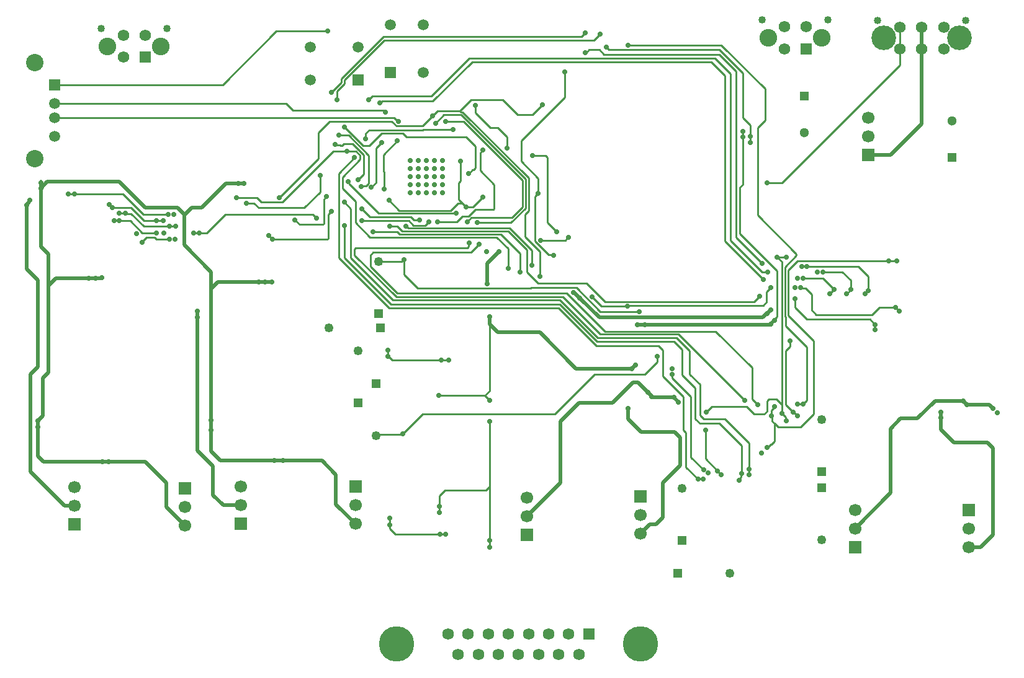
<source format=gbr>
%TF.GenerationSoftware,Altium Limited,Altium Designer,25.3.3 (18)*%
G04 Layer_Physical_Order=4*
G04 Layer_Color=16711680*
%FSLAX45Y45*%
%MOMM*%
%TF.SameCoordinates,7852E7E1-4E30-4CDD-8EF1-640B4E54786C*%
%TF.FilePolarity,Positive*%
%TF.FileFunction,Copper,L4,Bot,Signal*%
%TF.Part,Single*%
G01*
G75*
%TA.AperFunction,Conductor*%
%ADD58C,0.25400*%
%ADD59C,0.50000*%
%TA.AperFunction,ComponentPad*%
%ADD61R,1.25000X1.25000*%
%ADD62C,1.25000*%
%ADD63C,4.82500*%
%ADD64C,1.59140*%
%ADD65R,1.59140X1.59140*%
%ADD66C,2.38000*%
%ADD67C,1.50800*%
%ADD68R,1.50800X1.50800*%
%ADD69C,1.02000*%
%ADD70C,1.57000*%
%ADD71R,1.57000X1.57000*%
%ADD72C,2.41000*%
%ADD73R,1.70000X1.70000*%
%ADD74C,1.70000*%
%ADD75R,1.50000X1.50000*%
%ADD76C,1.50000*%
%ADD77R,1.50000X1.50000*%
%ADD78R,1.25000X1.25000*%
%ADD79C,3.37300*%
%ADD80R,1.70000X1.70000*%
%ADD81R,1.30000X1.30000*%
%ADD82C,1.30000*%
%TA.AperFunction,ViaPad*%
%ADD83C,0.70000*%
D58*
X11708769Y10375900D02*
X11849100D01*
X11912600Y10312400D02*
X13485100D01*
X11849100Y10375900D02*
X11912600Y10312400D01*
X11670669Y10337800D02*
X11708769Y10375900D01*
X11658600Y10337800D02*
X11670669D01*
X8718545Y8096255D02*
X9277345D01*
X9321800Y8051800D02*
X9398000D01*
X9277345Y8096255D02*
X9321800Y8051800D01*
X11772900Y10502900D02*
X11861800Y10591800D01*
X8907927Y10502900D02*
X11772900D01*
X11656821Y10604500D02*
X11658600D01*
X11606021Y10553700D02*
X11656821Y10604500D01*
X8367913Y9962887D02*
X8907927Y10502900D01*
X8327513Y9979621D02*
X8901593Y10553700D01*
X11606021D01*
X4419600Y9444800D02*
X9050121D01*
X4419600Y9894800D02*
X6707100D01*
X4419600Y9644800D02*
X7576400D01*
X8916321Y9525000D02*
X8928100D01*
X8890921Y9550400D02*
X8916321Y9525000D01*
X7670800Y9550400D02*
X8890921D01*
X7576400Y9644800D02*
X7670800Y9550400D01*
X7442200Y10629900D02*
X8140700D01*
X6707100Y9894800D02*
X7442200Y10629900D01*
X9097435Y9397486D02*
X9106185D01*
X9050121Y9444800D02*
X9097435Y9397486D01*
X4603750Y8407400D02*
X4686300D01*
X13512801Y10439400D02*
X14109700Y9842500D01*
X12242800Y10439400D02*
X13512801D01*
X13485100Y10312400D02*
X13716000Y10081500D01*
X13487399Y10375900D02*
X13804900Y10058400D01*
X11938992Y10414000D02*
X11977092Y10375900D01*
X13487399D01*
X8267700Y9690100D02*
Y9810766D01*
X8327513Y9927713D02*
Y9979621D01*
X8191500Y9791700D02*
X8327513Y9927713D01*
X8367913Y9910979D02*
Y9962887D01*
X8267700Y9810766D02*
X8367913Y9910979D01*
X9170031Y7505700D02*
X9182100D01*
X9144631Y7480300D02*
X9170031Y7505700D01*
X8839200Y7480300D02*
X9144631D01*
X8724900Y7569200D02*
X8763000Y7607300D01*
X10096500D01*
X8724900Y7416800D02*
Y7569200D01*
Y7416800D02*
X9093201Y7048500D01*
X8509000Y7569200D02*
X9080500Y6997700D01*
X11353800D01*
X8509000Y7569200D02*
Y7655921D01*
X9093201Y7048500D02*
X11404600D01*
X8509000Y7655921D02*
X8523879Y7670800D01*
X10045700D01*
X10063860Y7688960D02*
Y7727060D01*
X10071100Y7734300D01*
X10045700Y7670800D02*
X10063860Y7688960D01*
X8458200Y7531100D02*
Y8204200D01*
Y7531100D02*
X9032000Y6957300D01*
X8369300Y7531100D02*
X9004300Y6896100D01*
X8369300Y7531100D02*
Y7975600D01*
X9004300Y6896100D02*
X11309366D01*
X9032000Y6957300D02*
X11305300D01*
X8369300Y8293100D02*
X8458200Y8204200D01*
X11305300Y6957300D02*
X11823700Y6438900D01*
X10209021Y7721600D02*
X10210800D01*
X8293100Y7531100D02*
X8978900Y6845300D01*
X8293100Y7531100D02*
Y8686800D01*
X8978900Y6845300D02*
X11290300D01*
X8801100Y5106000D02*
X8817366Y5122266D01*
X9160866D01*
X9169400Y5130800D01*
X9992028Y9400179D02*
X10803100Y8589107D01*
X10652133Y8080367D02*
X10803100Y8231334D01*
X10883900Y8178800D02*
Y8622575D01*
X10642600Y8013700D02*
X10843500Y8214600D01*
Y8605841D01*
X10803100Y8231334D02*
Y8589107D01*
X10833100Y8128000D02*
X10883900Y8178800D01*
X9979175Y9527300D02*
X10883900Y8622575D01*
X9962441Y9486900D02*
X10843500Y8605841D01*
X10972800Y7759700D02*
X11154766Y7577734D01*
X11218266D01*
X11226800Y7569200D01*
X10185400Y8013700D02*
X10642600D01*
X9931400Y8557717D02*
X9956463Y8582780D01*
Y8851840D01*
X9931400Y8331200D02*
Y8557717D01*
X10067619Y8688580D02*
X10115703Y8736664D01*
X10060409Y8688580D02*
X10067619D01*
X10133664Y8736664D02*
X10160000Y8763000D01*
X10115703Y8736664D02*
X10133664D01*
X10160000Y8763000D02*
Y9055100D01*
X9220200Y9182100D02*
X10033000D01*
X10160000Y9055100D01*
X14198599Y5452919D02*
X14236700Y5491019D01*
X14198599Y5372100D02*
X14207133Y5363566D01*
X14198599Y5372100D02*
Y5452919D01*
X14236700Y5491019D02*
Y5503088D01*
X14207133Y5300066D02*
X14236700Y5270500D01*
X14207133Y5300066D02*
Y5363566D01*
X14393266Y5317134D02*
X14401801Y5308600D01*
X14393266Y5317134D02*
Y5355234D01*
X14338300Y5410200D02*
X14393266Y5355234D01*
X10160000Y9512300D02*
Y9613900D01*
X5613400Y7754260D02*
X5670440Y7811300D01*
X5777929D01*
X5613400Y7747000D02*
Y7754260D01*
X10033000Y8229600D02*
X10121312D01*
X10255634Y8363922D01*
X9931400Y8331200D02*
X9982200Y8280400D01*
X9918700D02*
X9982200D01*
X10033000Y8229600D01*
X9819400Y8181100D02*
X9918700Y8280400D01*
X9116300Y8181100D02*
X9819400D01*
X11049000Y7772400D02*
X11379831D01*
X11417931Y7810500D02*
X11430000D01*
X11379831Y7772400D02*
X11417931Y7810500D01*
X5800929Y8039100D02*
X5899559D01*
X5981700Y7962900D02*
X6070600D01*
X14630400Y5537200D02*
X14681200Y5588000D01*
X14389101Y6604000D02*
X14681200Y6311900D01*
Y5588000D02*
Y6311900D01*
X8851900Y9652000D02*
X8863679D01*
X8889079Y9677400D01*
X9575800D01*
X10111500Y10213100D01*
X9639300Y8026400D02*
X9906000D01*
X9470121Y7977900D02*
X9518621Y8026400D01*
X9309100Y7977900D02*
X9470121D01*
X9518621Y8026400D02*
X9525000D01*
X8606434Y8517534D02*
X8669934D01*
X8597900Y8509000D02*
X8606434Y8517534D01*
X8669934D02*
X8699500Y8547100D01*
Y8934434D01*
X8737600Y8496300D02*
X8801100Y8559800D01*
X8902700Y8718235D02*
Y8940800D01*
X8915400Y8470900D02*
Y8705535D01*
X8902700Y8718235D02*
X8915400Y8705535D01*
X8902700Y8940800D02*
X9093200Y9131300D01*
X10972800Y8372328D02*
X11012707Y8412235D01*
X10972800Y7759700D02*
Y8372328D01*
X11012707Y8412235D02*
Y8621493D01*
X13754100Y4507869D02*
X13783665Y4537435D01*
X13754100Y4495800D02*
Y4507869D01*
X13783665Y4537435D02*
Y4576166D01*
X13792200Y4584700D01*
Y4965700D01*
X13487399Y5270500D02*
X13792200Y4965700D01*
X15944955Y10386100D02*
Y10686100D01*
X11379200Y9728200D02*
Y10071100D01*
X10782300Y9131300D02*
X11379200Y9728200D01*
X10782300Y8851900D02*
Y9131300D01*
Y8851900D02*
X11012707Y8621493D01*
X10934700Y8928100D02*
X11112500D01*
X8978900Y8318500D02*
X9116300Y8181100D01*
X8428634Y8551495D02*
Y8563966D01*
X8839429Y8140700D02*
X9893300D01*
X8428634Y8551495D02*
X8839429Y8140700D01*
X8420100Y8572500D02*
X8428634Y8563966D01*
X8610600Y8204200D02*
X8718545Y8096255D01*
X8610600Y8039100D02*
X9247900D01*
X9309100Y7977900D01*
X8991600Y7962900D02*
X9093200D01*
X9217779Y7964400D02*
X9244679Y7937500D01*
X9207500Y7964400D02*
X9217779D01*
X9244679Y7937500D02*
X10623534D01*
X8801100Y8559800D02*
Y9029700D01*
X8877300Y9105900D01*
X8636000Y8674100D02*
Y8940800D01*
X8559800Y8597900D02*
X8636000Y8674100D01*
X8585200Y8877300D02*
Y8934466D01*
X8343900Y8636000D02*
X8585200Y8877300D01*
X8483600Y9093200D02*
X8636000Y8940800D01*
X8293100Y8686800D02*
X8509000Y8902700D01*
X8528066Y8991600D02*
X8585200Y8934466D01*
X10223500Y8724900D02*
X10414000Y8534400D01*
Y8206379D02*
Y8534400D01*
X10399121Y8191500D02*
X10414000Y8206379D01*
X10153666Y8191500D02*
X10399121D01*
X10064766Y8102600D02*
X10153666Y8191500D01*
X9982200Y8102600D02*
X10064766D01*
X10223500Y8966200D02*
X10261600Y9004300D01*
X10223500Y8724900D02*
Y8966200D01*
X9906000Y8026400D02*
X9982200Y8102600D01*
X10833100Y7823200D02*
Y8128000D01*
Y7823200D02*
X11036300Y7620000D01*
Y7277100D02*
Y7620000D01*
X10623534Y7937500D02*
X10922800Y7638234D01*
Y7429500D02*
Y7638234D01*
X10860100Y7339000D02*
Y7643800D01*
Y7339000D02*
X11010900Y7188200D01*
X10606800Y7897100D02*
X10860100Y7643800D01*
X10507500Y7856700D02*
X10769600Y7594600D01*
Y7342379D02*
Y7594600D01*
X8250834Y9071966D02*
X8312026D01*
X8316193Y9067800D01*
X8337235D01*
X8242300Y9080500D02*
X8250834Y9071966D01*
X8293100Y9207500D02*
X8426434D01*
X8699500Y8934434D01*
X8623300Y9067800D02*
X8712200D01*
X8369300Y9321800D02*
X8623300Y9067800D01*
X8337235D02*
X8362635Y9093200D01*
X8483600D01*
X8013700Y9245600D02*
X8166100Y9398000D01*
X9017000D01*
X9080500Y9334500D01*
X9436100D01*
X9575800Y9474200D01*
X9551797Y9743200D02*
X10070197Y10261600D01*
X8699500Y9690100D02*
X8752600Y9743200D01*
X9551797D01*
X8407400Y8991600D02*
X8528066D01*
X8661400Y9232900D02*
X8709900Y9281400D01*
X8661400Y9156700D02*
Y9232900D01*
X15944955Y10167755D02*
Y10386100D01*
X14337000Y8559800D02*
X15944955Y10167755D01*
X14135100Y8559800D02*
X14337000D01*
X8712200Y9067800D02*
X8877300Y9232900D01*
X9169400D01*
X8709900Y9281400D02*
X9440134D01*
X9169400Y9232900D02*
X9220200Y9182100D01*
X10160000Y9512300D02*
X10363200Y9309100D01*
X10464800D01*
X10591800Y9182100D01*
Y9029700D02*
Y9182100D01*
X10099667Y8080367D02*
X10652133D01*
X10045700Y8026400D02*
X10099667Y8080367D01*
X10096500Y7607300D02*
X10210800Y7721600D01*
X9159000Y7897100D02*
X10606800D01*
X10446300Y7816300D02*
X10604500Y7658100D01*
X9122279Y7856700D02*
X10507500D01*
X8719100Y7816300D02*
X10446300D01*
X9728200Y9486900D02*
X9962441D01*
X9944100Y9537700D02*
X9954500Y9527300D01*
X9979175D01*
X9755779Y9400179D02*
X9992028D01*
X11112500Y8928100D02*
X11137900Y8902700D01*
X9753600Y9398000D02*
X9755779Y9400179D01*
X9613900Y9372600D02*
X9728200Y9486900D01*
X9639300Y9537700D02*
X9944100D01*
X10096500Y9690100D01*
X9575800Y9474200D02*
X9639300Y9537700D01*
X9090680Y7888300D02*
X9122279Y7856700D01*
X8763000Y7888300D02*
X9090680D01*
X9093200Y7962900D02*
X9159000Y7897100D01*
X10907981Y7116917D02*
X10914964Y7123900D01*
X11532400D01*
X9367683Y7116917D02*
X10907981D01*
X9182100Y7302500D02*
X9367683Y7116917D01*
X11532400Y7123900D02*
X11861800Y6794500D01*
X8013700Y8890000D02*
Y9245600D01*
X7480300Y8356600D02*
X8013700Y8890000D01*
X8521700Y8013700D02*
X8719100Y7816300D01*
X8521700Y8013700D02*
Y8305800D01*
X8343900Y8483600D02*
X8521700Y8305800D01*
X8343900Y8483600D02*
Y8636000D01*
X8216900Y8991600D02*
X8407400D01*
X7519200Y8293900D02*
X8216900Y8991600D01*
X8138521Y7786600D02*
X8153400Y7801479D01*
Y8128000D02*
X8191500Y8166100D01*
X7389900Y7786600D02*
X8138521D01*
X8153400Y7801479D02*
Y8128000D01*
X7759700Y7988300D02*
X8075021D01*
X8089900Y8331200D02*
X8128000Y8369300D01*
X8089900Y8003179D02*
Y8331200D01*
X8075021Y7988300D02*
X8089900Y8003179D01*
X7935721Y8128000D02*
X7986521Y8077200D01*
X6743700Y8128000D02*
X7935721D01*
X7986521Y8077200D02*
X7988300D01*
X7696200Y8051800D02*
X7759700Y7988300D01*
X7823200Y8216900D02*
X8039100Y8432800D01*
Y8661400D01*
X7238570Y8293900D02*
X7519200D01*
X9440134Y9281400D02*
X9447870Y9289136D01*
X9855200D01*
X14592300Y7124700D02*
X14600835Y7116166D01*
X14130833Y7069633D02*
X14185899Y7124700D01*
X15887700Y6858000D02*
X15940045Y6805655D01*
X15671800Y6858000D02*
X15887700D01*
X15570200Y6756400D02*
X15671800Y6858000D01*
X14664334Y7116166D02*
X14744701Y7035800D01*
Y6819900D02*
Y7035800D01*
X14600835Y7116166D02*
X14664334D01*
X14808200Y6756400D02*
X15570200D01*
X14744701Y6819900D02*
X14808200Y6756400D01*
X14130833Y6929933D02*
Y7069633D01*
X14084300Y6883400D02*
X14130833Y6929933D01*
X12267279Y6883400D02*
X14084300D01*
X12238634Y6879234D02*
X12263113D01*
X12267279Y6883400D01*
X12230100Y6870700D02*
X12238634Y6879234D01*
X14452600Y6324600D02*
Y6400800D01*
X14389101Y6261100D02*
X14452600Y6324600D01*
X14389101Y5524500D02*
Y6261100D01*
X14490700Y5422900D02*
X14497050D01*
X14547850Y5372100D02*
X14554201D01*
X14497050Y5422900D02*
X14547850Y5372100D01*
X14389101Y5524500D02*
X14490700Y5422900D01*
X12839700Y5943600D02*
X12840590Y5942710D01*
Y5891910D02*
Y5942710D01*
Y5891910D02*
X13093700Y5638800D01*
Y4810855D02*
Y5638800D01*
Y4810855D02*
X13268764Y4635791D01*
X11747500Y6997700D02*
X11874500Y6870700D01*
X12230100D01*
X5804129Y7785100D02*
X5981700D01*
X5777929Y7811300D02*
X5804129Y7785100D01*
X10604500Y7391400D02*
Y7658100D01*
X11671300Y7188200D02*
X11925300Y6934200D01*
X13954018D02*
X14030217Y7010400D01*
X11925300Y6934200D02*
X13954018D01*
X11010900Y7188200D02*
X11671300D01*
X11861800Y6794500D02*
X12395200D01*
X14274800Y6730079D02*
Y7353300D01*
X9182100Y7302500D02*
Y7505700D01*
X7200900Y8216900D02*
X7823200D01*
X10934700Y9486900D02*
X11074400Y9626600D01*
X7137400Y8280400D02*
X7200900Y8216900D01*
X11290300Y6845300D02*
X11806414Y6329186D01*
X12657314D01*
X12712700Y6273800D01*
Y5918200D02*
Y6273800D01*
Y5918200D02*
X12991299Y5639600D01*
Y5182400D02*
Y5639600D01*
Y5182400D02*
X13030200Y5143500D01*
Y4673600D02*
Y5143500D01*
Y4673600D02*
X13195300Y4508500D01*
X7175870Y8356600D02*
X7238570Y8293900D01*
X6896100Y8356600D02*
X7175870D01*
X12928600Y6489700D02*
X13830299Y5588000D01*
X11976100Y6489700D02*
X12928600Y6489700D01*
X11861800Y6489700D02*
X11976100D01*
X11353800Y6997700D02*
X11861800Y6489700D01*
X13931900Y5600700D02*
X14008099Y5524500D01*
X13931900Y5600700D02*
Y6032500D01*
X13434300Y6530100D02*
X13931900Y6032500D01*
X11976100Y6530100D02*
X13434300Y6530100D01*
X11923000Y6530100D02*
X11976100D01*
X11404600Y7048500D02*
X11923000Y6530100D01*
X7035800Y8280400D02*
X7137400D01*
X14109700Y9410700D02*
Y9842500D01*
X14008099Y9309100D02*
X14109700Y9410700D01*
X14008099Y8115300D02*
Y9309100D01*
Y8115300D02*
X14537329Y7586071D01*
Y7565029D02*
Y7586071D01*
X14378700Y7406400D02*
X14537329Y7565029D01*
X10111500Y10213100D02*
X13370799Y10213100D01*
X10070197Y10261600D02*
X13423898D01*
X13370799Y10213100D02*
X13563600Y10020300D01*
X13423898Y10261600D02*
X13639799Y10045700D01*
X13804900Y9448800D02*
Y10058400D01*
X14681200Y7416800D02*
X15379700D01*
X14554201Y7493000D02*
X15798801D01*
X14427200Y7366000D02*
X14554201Y7493000D01*
X14427200Y6743700D02*
Y7366000D01*
X14274800Y7543800D02*
X14401801D01*
X14338300Y5524500D02*
Y7480300D01*
X14274800Y7543800D02*
X14338300Y7480300D01*
X14378700Y6735066D02*
Y7406400D01*
Y6735066D02*
X14389101Y6724666D01*
Y6604000D02*
Y6724666D01*
X14554201Y5537200D02*
X14630400D01*
X14516100Y6858000D02*
X14681200Y6692900D01*
X14427200Y6743700D02*
X14770100Y6400800D01*
X14681200Y6692900D02*
X15538451D01*
X14516100Y6858000D02*
Y6974316D01*
X14287500Y5219700D02*
X14592300D01*
X14770100Y5397500D01*
Y6400800D01*
X6489700Y7874000D02*
X6743700Y8128000D01*
X13639799Y7772400D02*
Y10045700D01*
X10731500Y9486900D02*
X10934700D01*
X11309366Y6896100D02*
X11817366Y6388100D01*
X11823700Y6438900D02*
X11976100D01*
X11817366Y6388100D02*
X11976100D01*
X10350500Y5715000D02*
Y6629400D01*
X12865100Y6388100D02*
X12973309Y6279891D01*
X11976100Y6388100D02*
X12865100Y6388100D01*
X11976100Y6438900D02*
X12903200Y6438900D01*
X13081000Y6261100D01*
X12973309Y5936991D02*
Y6279891D01*
X13081000Y5943600D02*
Y6261100D01*
X12973309Y5936991D02*
X13157201Y5753100D01*
Y5334000D02*
Y5753100D01*
X13855701Y5499100D02*
X13957300Y5397500D01*
X14097000D01*
X14135100Y5435600D02*
Y5575300D01*
X13385800Y5499100D02*
X13855701D01*
X14097000Y5397500D02*
X14135100Y5435600D01*
Y5575300D02*
X14160500Y5600700D01*
X14262100D01*
X12470769Y5943600D02*
X12636500Y6109331D01*
Y6184900D01*
X11785600Y5943600D02*
X12470769D01*
X13309599Y5422900D02*
X13385800Y5499100D01*
X13462000Y4622800D02*
X13512801Y4572000D01*
X14338300Y5410200D02*
Y5524500D01*
X14262100Y5600700D02*
X14338300Y5524500D01*
X14141045Y4940300D02*
X14189761Y4989017D01*
X14196516D02*
X14236700Y5029200D01*
X14135100Y4940300D02*
X14141045D01*
X14189761Y4989017D02*
X14196516D01*
X14236700Y5029200D02*
Y5270500D01*
X7340600Y7835900D02*
X7389900Y7786600D01*
X13804900Y9182100D02*
Y9258300D01*
Y8534715D02*
Y9182100D01*
X10096500Y9690100D02*
X10528300D01*
X10731500Y9486900D01*
X13716000Y7810500D02*
Y10081500D01*
X13804900Y9448800D02*
X13906500Y9347200D01*
X13766800Y8496615D02*
X13804900Y8534715D01*
X13766800Y7861300D02*
Y8496615D01*
X13563600Y7759700D02*
Y10020300D01*
Y7759700D02*
X14084300Y7239000D01*
X13639799Y7772400D02*
X14071600Y7340600D01*
X13716000Y7810500D02*
X14071600Y7454900D01*
Y7340600D02*
X14147800D01*
X11239500Y5397500D02*
X11785600Y5943600D01*
X9436100Y5397500D02*
X11239500D01*
X9169400Y5130800D02*
X9436100Y5397500D01*
X11137900Y8013700D02*
Y8902700D01*
Y8013700D02*
X11264900Y7886700D01*
X13906500Y9194800D02*
Y9347200D01*
Y9112250D02*
Y9194800D01*
X14236700Y6691979D02*
X14274800Y6730079D01*
X13766800Y7861300D02*
X14274800Y7353300D01*
X14236700Y6680200D02*
Y6691979D01*
X14897099Y7340600D02*
X15163800D01*
X14630400Y7251700D02*
X14897099D01*
X15163800Y7340600D02*
X15278101Y7226300D01*
X14897099Y7251700D02*
X15049500Y7099300D01*
X15379700Y7416800D02*
X15519400Y7277100D01*
X13081000Y5943600D02*
X13220700Y5803900D01*
X13157201Y5334000D02*
X13220700Y5270500D01*
X13487399D01*
X13220700Y5384800D02*
Y5803900D01*
X13296899Y4787900D02*
X13462000Y4622800D01*
X13220700Y5384800D02*
X13271500Y5334000D01*
X13563600D01*
X13893800Y5003800D01*
Y4648200D02*
Y5003800D01*
Y4572000D02*
Y4648200D01*
X13195300Y4508500D02*
X13265150D01*
X13296899Y4787900D02*
Y5181600D01*
X15538451Y6692900D02*
X15608299Y6623050D01*
Y6553200D02*
Y6623050D01*
X15278101Y7099300D02*
Y7226300D01*
X14992123Y7041924D02*
X15049500Y7099300D01*
X15277121D02*
X15278101D01*
X15224252Y7046432D02*
X15277121Y7099300D01*
X15223276Y7046432D02*
X15224252D01*
X15519400Y7086600D02*
Y7277100D01*
X15474734Y7041934D02*
X15519400Y7086600D01*
X15798801Y7493000D02*
X15903085D01*
X10287000Y5651500D02*
X10350500Y5588000D01*
X6388100Y7874000D02*
X6489700D01*
X6311900D02*
X6388100D01*
X5626100Y8128000D02*
X5969000D01*
X5632135Y7962900D02*
X5981700D01*
X5346700Y8407400D02*
X5626100Y8128000D01*
X5457900Y8137134D02*
X5632135Y7962900D01*
X5638800Y8039100D02*
X5800929D01*
X5461000Y8216900D02*
X5638800Y8039100D01*
X5448300D02*
X5613400Y7874000D01*
X5803900D01*
X5295900Y8039100D02*
X5448300D01*
X5232400D02*
X5295900D01*
X5388366Y8137134D02*
X5457900D01*
X5384800Y8140700D02*
X5388366Y8137134D01*
X5295900Y8140700D02*
X5384800D01*
X5207000Y8216900D02*
X5461000D01*
X5162550Y8261350D02*
X5207000Y8216900D01*
X4686300Y8407400D02*
X5346700D01*
X14236700Y5270500D02*
X14287500Y5219700D01*
X10287000Y5651500D02*
X10350500Y5715000D01*
X10299700Y4356100D02*
X10350500Y4406900D01*
X9740900Y4356100D02*
X10299700D01*
X9664700Y4279900D02*
X9740900Y4356100D01*
X9664700Y4140200D02*
Y4279900D01*
X10350500Y4406900D02*
Y5295900D01*
X9664700Y4051300D02*
Y4140200D01*
X8991600Y3886200D02*
Y3975100D01*
Y3835400D02*
Y3886200D01*
Y3835400D02*
X9067800Y3759200D01*
X9677400D01*
X9753600D01*
X9658350Y5651500D02*
X10287000D01*
X10350500Y3670300D02*
Y4406900D01*
Y3580099D02*
Y3670300D01*
X9690100Y6134100D02*
X9791700D01*
X9018779D02*
X9690100D01*
X8966200Y6184900D02*
X8967979D01*
X9018779Y6134100D01*
X8966200Y6184900D02*
Y6273800D01*
D59*
X4089400Y5943600D02*
X4191000Y6045200D01*
X4089400Y4610100D02*
X4550458Y4149042D01*
X4089400Y4610100D02*
Y5943600D01*
X4191000Y5308600D02*
X4254500Y5372100D01*
Y5892800D02*
X4330700Y5969000D01*
X4254500Y5372100D02*
Y5892800D01*
X4191000Y5219700D02*
Y5308600D01*
X16426701Y5582402D02*
X16807700D01*
X16185400Y5341100D02*
X16426701Y5582402D01*
X4038600Y7378700D02*
Y8260412D01*
X4072873Y8314673D02*
X4076700Y8318500D01*
X4072873Y8294685D02*
Y8314673D01*
X4038600Y8260412D02*
X4072873Y8294685D01*
X4318000Y8572500D02*
X5295900D01*
X4550458Y4149042D02*
X4683658D01*
X4038600Y7378700D02*
X4191000Y7226300D01*
Y6045200D02*
Y7226300D01*
X6552556Y5313576D02*
X6552878Y5313254D01*
X6553200Y4889500D02*
Y5181600D01*
X6552878Y5181922D02*
X6553200Y5181600D01*
X6552878Y5181922D02*
Y5313254D01*
X6552556Y5313576D02*
Y7111356D01*
X15824200Y8940800D02*
X16244955Y9361555D01*
Y10386100D02*
Y10686100D01*
Y9361555D02*
Y10386100D01*
X15519400Y8940800D02*
X15824200D01*
X10316517Y7459017D02*
X10477500Y7620000D01*
X10316517Y7179617D02*
Y7459017D01*
X11498912Y7061200D02*
X11571285Y6988827D01*
X11578573D01*
X11582400Y6985000D01*
X11493500Y7061200D02*
X11498912D01*
X11582400Y6985000D02*
X11582400D01*
X11847900Y6719500D02*
X14080087D01*
X11582400Y6985000D02*
X11847900Y6719500D01*
X10350500Y6629400D02*
Y6731000D01*
X10464800Y6515100D02*
X11036301D01*
X10350500Y6629400D02*
X10464800Y6515100D01*
X11036301D02*
X11531601Y6019800D01*
X12293600D01*
X12344400Y6070600D01*
X14129688Y6769100D02*
X14135100D01*
X14080087Y6719500D02*
X14129688Y6769100D01*
X12471400Y6616700D02*
X14167789D01*
X12369800D02*
X12471400D01*
X14167789D02*
X14176662Y6625573D01*
X12865100Y5626100D02*
X12928600Y5562600D01*
X7376964Y7202536D02*
X7378599Y7204172D01*
X7291436Y7202536D02*
X7376964D01*
X7289800Y7200900D02*
X7291436Y7202536D01*
X7200900Y7200900D02*
X7289800D01*
X14135100Y6769100D02*
X14185899Y6819900D01*
X14173199Y6616700D02*
X14236700Y6680200D01*
X12877800Y5156200D02*
X12953999Y5080000D01*
Y4699000D02*
Y5080000D01*
X12420600Y5156200D02*
X12877800D01*
X14176662Y6625573D02*
X14179367Y6622867D01*
X12026900Y5549900D02*
X12306300Y5829300D01*
X12377200D01*
X12509948Y5696552D01*
X6197600Y8128000D02*
X6286500Y8216900D01*
X6184900Y8128000D02*
X6197600D01*
X6286500Y8216900D02*
X6426200D01*
X6184900Y7708900D02*
Y8128000D01*
X6096000Y8216900D02*
X6184900Y8128000D01*
X6426200Y8216900D02*
X6756400Y8547100D01*
X5651500Y8216900D02*
X6096000D01*
X5295900Y8572500D02*
X5651500Y8216900D01*
X6184900Y7708900D02*
X6552556Y7341244D01*
Y7111356D02*
Y7341244D01*
X12340573Y6074427D02*
X12344400Y6070600D01*
X6921500Y8547100D02*
X6997700D01*
X6756400D02*
X6921500D01*
X4229100Y8483600D02*
Y8572500D01*
Y8483600D02*
X4318000Y8572500D01*
X11315700Y4457700D02*
Y5295900D01*
X4229100Y7683500D02*
Y8483600D01*
X15333891Y3838348D02*
X15817101Y4321558D01*
X15956799Y5341100D02*
X16185400D01*
X15817101Y5201400D02*
X15956799Y5341100D01*
X15817101Y4321558D02*
Y5201400D01*
X17163300Y5531600D02*
X17220450Y5474450D01*
X16858501Y5531600D02*
X17163300D01*
X16858501D02*
Y5531600D01*
X16807700Y5582402D02*
X16858501Y5531600D01*
X17044849Y3584348D02*
X17214101Y3753600D01*
X17137900Y5010900D02*
X17214101Y4934700D01*
Y3753600D02*
Y4934700D01*
X16680701Y5010900D02*
X17137900D01*
X16502901Y5188700D02*
X16680701Y5010900D01*
X16890509Y3584348D02*
X17044849D01*
X16502901Y5188700D02*
Y5353800D01*
Y5423650D01*
X11569700Y5549900D02*
X12026900D01*
X11315700Y5295900D02*
X11569700Y5549900D01*
X10858500Y4000500D02*
X11315700Y4457700D01*
X12410594Y3767094D02*
X12534782Y3891281D01*
X12616181D01*
X12712700Y3987800D01*
Y4457700D01*
X12953999Y4699000D01*
X12242800Y5334000D02*
X12420600Y5156200D01*
X12242800Y5334000D02*
Y5473700D01*
X6362700Y6718300D02*
Y6807200D01*
Y4902200D02*
Y6718300D01*
Y4902200D02*
X6578600Y4686300D01*
Y4292600D02*
Y4686300D01*
Y4292600D02*
X6718300Y4152900D01*
X6959600D01*
X6552556Y7111356D02*
X6642100Y7200900D01*
X7200900D01*
X7416800Y4762500D02*
X7531100D01*
X4229100Y7683500D02*
X4330700Y7581900D01*
Y7150100D02*
Y7581900D01*
X5067300Y4749800D02*
X5156200D01*
X4330700Y7150100D02*
X4436862Y7256262D01*
X4330700Y5969000D02*
Y7150100D01*
X12858749Y5632450D02*
X12865100Y5626100D01*
X12566650Y5632450D02*
X12858749D01*
X12560300Y5638800D02*
X12566650Y5632450D01*
X12560300Y5638800D02*
Y5642500D01*
X12509948Y5692851D02*
X12560300Y5642500D01*
X12509948Y5692851D02*
Y5696552D01*
X7531100Y4762500D02*
X8064500D01*
X8255000Y4572000D01*
Y4166586D02*
X8520670Y3900916D01*
X8255000Y4166586D02*
Y4572000D01*
X5059964Y7257897D02*
X5061599Y7259533D01*
X4972800Y7256262D02*
X4974436Y7257897D01*
X5059964D01*
X4436862Y7256262D02*
X4883900D01*
X4972800D01*
X6680200Y4762500D02*
X7416800D01*
X6553200Y4889500D02*
X6680200Y4762500D01*
X5651500Y4749800D02*
X5943600Y4457700D01*
X5156200Y4749800D02*
X5651500D01*
X5943600Y4127154D02*
Y4457700D01*
Y4127154D02*
X6197255Y3873500D01*
X4191000Y4826000D02*
Y5219700D01*
X4267200Y4749800D02*
X5067300D01*
X4191000Y4826000D02*
X4267200Y4749800D01*
D61*
X8864000Y6578600D02*
D03*
X12916499Y3225800D02*
D03*
D62*
X8154000Y6578600D02*
D03*
X12979401Y4380900D02*
D03*
X8839200Y7480300D02*
D03*
X8801100Y5106000D02*
D03*
X8559800Y6260500D02*
D03*
X13626500Y3225800D02*
D03*
X14884399Y5321300D02*
D03*
Y3683600D02*
D03*
D63*
X9077960Y2255520D02*
D03*
X12410440D02*
D03*
D64*
X9784080Y2397760D02*
D03*
X10058400D02*
D03*
X10332720D02*
D03*
X10607039D02*
D03*
X10881359D02*
D03*
X11155679D02*
D03*
X11429999D02*
D03*
X9921241Y2113280D02*
D03*
X10195561D02*
D03*
X10469881D02*
D03*
X10744200D02*
D03*
X11018520D02*
D03*
X11292840D02*
D03*
X11567160D02*
D03*
D65*
X11704319Y2397760D02*
D03*
D66*
X4148600Y8887800D02*
D03*
Y10201800D02*
D03*
D67*
X4419600Y9194800D02*
D03*
Y9444800D02*
D03*
Y9644800D02*
D03*
D68*
Y9894800D02*
D03*
D69*
X14068500Y10782600D02*
D03*
X14968500D02*
D03*
X5051500Y10668300D02*
D03*
X5951500D02*
D03*
X16844955Y10780100D02*
D03*
X15644955D02*
D03*
D70*
X14368500Y10688600D02*
D03*
X14668500D02*
D03*
X14368500Y10388600D02*
D03*
X5351500Y10574300D02*
D03*
X5651500D02*
D03*
X5351500Y10274300D02*
D03*
X15944955Y10686100D02*
D03*
X16244955D02*
D03*
X16544955D02*
D03*
X15944955Y10386100D02*
D03*
X16244955D02*
D03*
X16544955D02*
D03*
D71*
X14668500Y10388600D02*
D03*
X5651500Y10274300D02*
D03*
D72*
X14883501Y10538600D02*
D03*
X14153500D02*
D03*
X5866500Y10424300D02*
D03*
X5136500D02*
D03*
D73*
X4683658Y3895042D02*
D03*
X15333891Y3584348D02*
D03*
X6959600Y3898900D02*
D03*
X8520670Y4408916D02*
D03*
X10858500Y3746500D02*
D03*
X12410594Y4275094D02*
D03*
X16890509Y4092348D02*
D03*
X6197255Y4381500D02*
D03*
D74*
X4683658Y4149042D02*
D03*
Y4403042D02*
D03*
X15519400Y9194800D02*
D03*
Y9448800D02*
D03*
X15333891Y3838348D02*
D03*
Y4092348D02*
D03*
X16890509Y3584348D02*
D03*
X12410594Y3767094D02*
D03*
X8520670Y3900916D02*
D03*
X6197255Y3873500D02*
D03*
X6959600Y4152900D02*
D03*
Y4406900D02*
D03*
X8520670Y4154916D02*
D03*
X10858500Y4254500D02*
D03*
Y4000500D02*
D03*
X12410594Y4021094D02*
D03*
X16890509Y3838348D02*
D03*
X6197255Y4127500D02*
D03*
D75*
X8995200Y10063600D02*
D03*
D76*
X9445200D02*
D03*
Y10713600D02*
D03*
X8995200D02*
D03*
X8554600Y10410400D02*
D03*
X7904600D02*
D03*
Y9960400D02*
D03*
D77*
X8554600D02*
D03*
D78*
X12979401Y3670900D02*
D03*
X8839200Y6770300D02*
D03*
X8801100Y5816000D02*
D03*
X8559800Y5550500D02*
D03*
X14884399Y4611300D02*
D03*
Y4393600D02*
D03*
D79*
X16759955Y10536100D02*
D03*
X15729955D02*
D03*
D80*
X15519400Y8940800D02*
D03*
D81*
X16662399Y8906700D02*
D03*
X14643100Y9745600D02*
D03*
D82*
X16662399Y9406700D02*
D03*
X14643100Y9245600D02*
D03*
D83*
X4076700Y8318500D02*
D03*
X11861800Y10591800D02*
D03*
X11658600Y10604500D02*
D03*
X4603750Y8407400D02*
D03*
X12242800Y10439400D02*
D03*
X11226800Y7569200D02*
D03*
X10185400Y8013700D02*
D03*
X9956463Y8851840D02*
D03*
X10060409Y8688580D02*
D03*
X14198599Y5372100D02*
D03*
X14401801Y5308600D02*
D03*
X6553200Y5181600D02*
D03*
X10160000Y9613900D02*
D03*
X5613400Y7747000D02*
D03*
X10255634Y8363922D02*
D03*
X10033000Y8229600D02*
D03*
X11049000Y7772400D02*
D03*
X9639300Y8026400D02*
D03*
X9525000D02*
D03*
X8597900Y8509000D02*
D03*
X8737600Y8496300D02*
D03*
X8915400Y8470900D02*
D03*
X13754100Y4495800D02*
D03*
X13792200Y4584700D02*
D03*
X14135100Y8559800D02*
D03*
X8140700Y10629900D02*
D03*
X11379200Y10071100D02*
D03*
X10934700Y8928100D02*
D03*
X9893300Y8140700D02*
D03*
X8978900Y8318500D02*
D03*
X9398000Y8051800D02*
D03*
X9207500Y7964400D02*
D03*
X8991600Y7962900D02*
D03*
X8559800Y8597900D02*
D03*
X8509000Y8902700D02*
D03*
X8877300Y9105900D02*
D03*
X11012707Y8412235D02*
D03*
X10922800Y7429500D02*
D03*
X8191500Y9791700D02*
D03*
X8267700Y9690100D02*
D03*
X8242300Y9080500D02*
D03*
X8293100Y9207500D02*
D03*
X8369300Y9321800D02*
D03*
X9106185Y9397486D02*
D03*
X8928100Y9525000D02*
D03*
X8851900Y9652000D02*
D03*
X8699500Y9690100D02*
D03*
X8661400Y9156700D02*
D03*
X10591800Y9029700D02*
D03*
X10261600Y9004300D02*
D03*
X10210800Y7721600D02*
D03*
X10045700Y8026400D02*
D03*
X10071100Y7734300D02*
D03*
X10312400Y7620000D02*
D03*
X10477500D02*
D03*
X10316517Y7179617D02*
D03*
X8610600Y8204200D02*
D03*
X8420100Y8572500D02*
D03*
X8763000Y7888300D02*
D03*
X8610600Y8039100D02*
D03*
X8369300Y8293100D02*
D03*
Y7975600D02*
D03*
X8407400Y8991600D02*
D03*
X8191500Y8166100D02*
D03*
X8128000Y8369300D02*
D03*
X7988300Y8077200D02*
D03*
X7696200Y8051800D02*
D03*
X8039100Y8661400D02*
D03*
X9265700Y8866600D02*
D03*
X9375700D02*
D03*
X9485700D02*
D03*
X9595700D02*
D03*
X9705700D02*
D03*
X9265700Y8756600D02*
D03*
X9375700D02*
D03*
X9485700D02*
D03*
X9595700D02*
D03*
X9705700D02*
D03*
X9265700Y8646600D02*
D03*
X9375700D02*
D03*
X9485700D02*
D03*
X9595700D02*
D03*
X9705700D02*
D03*
X9265700Y8536600D02*
D03*
X9375700D02*
D03*
X9485700D02*
D03*
X9595700D02*
D03*
X9705700D02*
D03*
X9265700Y8426600D02*
D03*
X9375700D02*
D03*
X9485700D02*
D03*
X9595700D02*
D03*
X9705700D02*
D03*
X9093200Y9131300D02*
D03*
X14592300Y7124700D02*
D03*
X14516100D02*
D03*
X14185899D02*
D03*
X15887700Y6858000D02*
D03*
X15940045Y6805655D02*
D03*
X12230100Y6870700D02*
D03*
X14452600Y6400800D02*
D03*
X14554201Y5372100D02*
D03*
X14490700Y5422900D02*
D03*
X12839700Y5943600D02*
D03*
Y6019800D02*
D03*
X13268764Y4635791D02*
D03*
X13335001Y4597400D02*
D03*
X11747500Y6997700D02*
D03*
X5537200Y7861300D02*
D03*
X6057900Y7785100D02*
D03*
X5981700D02*
D03*
X9613900Y9372600D02*
D03*
X9855200Y9289136D02*
D03*
X9753600Y9398000D02*
D03*
X10769600Y7340600D02*
D03*
X9182100Y7505700D02*
D03*
X11074400Y9626600D02*
D03*
X11938992Y10414000D02*
D03*
X9575800Y9474200D02*
D03*
X11658600Y10337800D02*
D03*
X14681200Y7416800D02*
D03*
X14401801Y7543800D02*
D03*
X14274800D02*
D03*
X14516100Y6974316D02*
D03*
X11493500Y7061200D02*
D03*
X11582400Y6985000D02*
D03*
X10350500Y6731000D02*
D03*
X14008099Y5524500D02*
D03*
X12636500Y6184900D02*
D03*
X13830299Y5588000D02*
D03*
X14058900Y4864100D02*
D03*
X14135100Y4940300D02*
D03*
X10604500Y7391400D02*
D03*
X11036300Y7277100D02*
D03*
X12395200Y6794500D02*
D03*
X13804900Y9182100D02*
D03*
Y9258300D02*
D03*
X14030217Y7010400D02*
D03*
X14084300Y7239000D02*
D03*
X14147800Y7340600D02*
D03*
X14071600Y7454900D02*
D03*
X12471400Y6616700D02*
D03*
X12369800D02*
D03*
X11430000Y7810500D02*
D03*
X11264900Y7886700D02*
D03*
X12928600Y5562600D02*
D03*
X7480300Y8356600D02*
D03*
X7035800Y8280400D02*
D03*
X6896100Y8356600D02*
D03*
X7378599Y7204172D02*
D03*
X7289800Y7200900D02*
D03*
X7200900D02*
D03*
X13906500Y9112250D02*
D03*
Y9194800D02*
D03*
X14185899Y6819900D02*
D03*
X14897099Y7340600D02*
D03*
X14820900D02*
D03*
X14608043Y7416800D02*
D03*
X14630400Y7251700D02*
D03*
X14547388D02*
D03*
X9169400Y5130800D02*
D03*
X13296899Y5181600D02*
D03*
X15223276Y7046432D02*
D03*
X15278101Y7099300D02*
D03*
X15608299Y6623050D02*
D03*
Y6553200D02*
D03*
X15474734Y7041934D02*
D03*
X15519400Y7086600D02*
D03*
X14992123Y7041924D02*
D03*
X15049500Y7099300D02*
D03*
X14236700Y6680200D02*
D03*
X14185899Y6629400D02*
D03*
X14135100Y6769100D02*
D03*
X14630400Y5537200D02*
D03*
X10350500Y5588000D02*
D03*
X6311900Y7874000D02*
D03*
X6388100D02*
D03*
X7389900Y7786600D02*
D03*
X7340600Y7835900D02*
D03*
X5800929Y8039100D02*
D03*
X5969000Y8128000D02*
D03*
X5899559Y8039100D02*
D03*
X6045200Y8128000D02*
D03*
X6070600Y7962900D02*
D03*
X5981700D02*
D03*
X5803900Y7874000D02*
D03*
X5905500D02*
D03*
X5295900Y8140700D02*
D03*
X5384800D02*
D03*
X15798801Y7493000D02*
D03*
X15903085D02*
D03*
X6921500Y8547100D02*
D03*
X6997700D02*
D03*
X12344400Y6070600D02*
D03*
X12293600Y6019800D02*
D03*
X5232400Y8039100D02*
D03*
X5295900D02*
D03*
X5207000Y8216900D02*
D03*
X5162550Y8261350D02*
D03*
X4686300Y8407400D02*
D03*
X4229100Y8483600D02*
D03*
X4226615Y8560916D02*
D03*
X4038600Y8255000D02*
D03*
X13265150Y4508500D02*
D03*
X13195300D02*
D03*
X13893800Y4572000D02*
D03*
Y4648200D02*
D03*
X13512801Y4572000D02*
D03*
X13462000Y4622800D02*
D03*
X13309599Y5422900D02*
D03*
X14554201Y5537200D02*
D03*
X14338300Y5410200D02*
D03*
X14236700Y5503088D02*
D03*
X17220450Y5474450D02*
D03*
X17277600Y5417300D02*
D03*
X16807700Y5582402D02*
D03*
X16858501Y5531600D02*
D03*
X16502901Y5353800D02*
D03*
Y5423650D02*
D03*
X12242800Y5473700D02*
D03*
X6362700Y6807200D02*
D03*
Y6718300D02*
D03*
X9664700Y4140200D02*
D03*
Y4051300D02*
D03*
X8991600Y3975100D02*
D03*
Y3886200D02*
D03*
X9677400Y3759200D02*
D03*
X9753600D02*
D03*
X9658350Y5651500D02*
D03*
X10350500Y5295900D02*
D03*
Y3580099D02*
D03*
Y3670300D02*
D03*
X9690100Y6134100D02*
D03*
X9791700D02*
D03*
X8966200Y6184900D02*
D03*
Y6273800D02*
D03*
X12865100Y5626100D02*
D03*
X12560300Y5638800D02*
D03*
X12509948Y5696552D02*
D03*
X5061599Y7259533D02*
D03*
X4972800Y7256262D02*
D03*
X4883900D02*
D03*
X7531100Y4762500D02*
D03*
X7416800D02*
D03*
X6552556Y5313576D02*
D03*
X4191000Y5308600D02*
D03*
X5067300Y4749800D02*
D03*
X5156200D02*
D03*
X4191000Y5219700D02*
D03*
%TF.MD5,3d00c713b2f980c2abbb4b8534b6cc30*%
M02*

</source>
